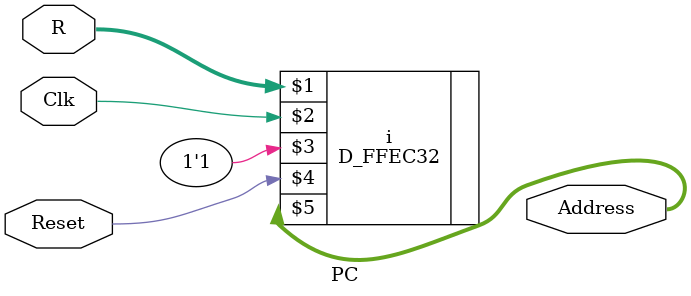
<source format=v>
`timescale 1ns / 1ps
module PC(Clk,Reset,R,Address
    );
	 input Clk,Reset;
	 input [31:0]R; 
	 output [31:0]Address;
	 D_FFEC32 i(R,Clk,1'b1,Reset,Address,);
endmodule

</source>
